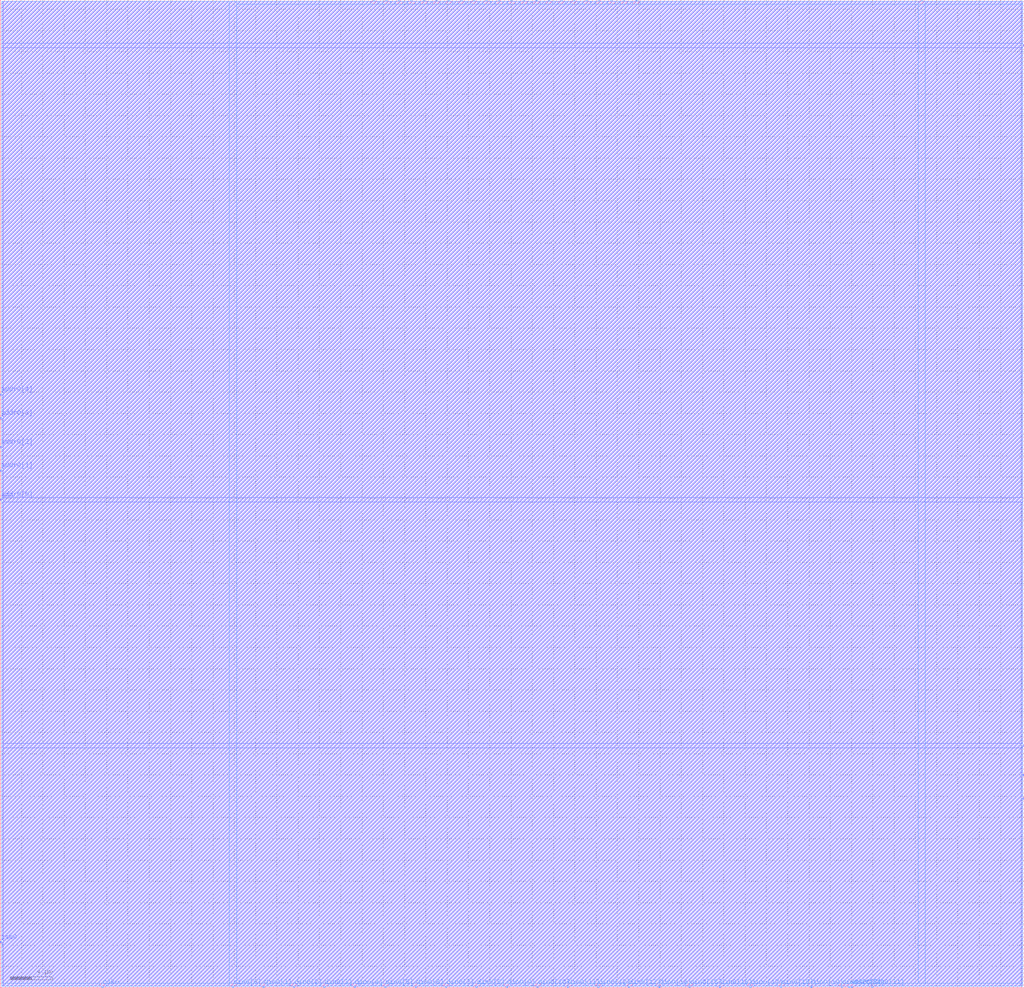
<source format=lef>
VERSION 5.4 ;
NAMESCASESENSITIVE ON ;
BUSBITCHARS "[]" ;
DIVIDERCHAR "/" ;
UNITS
  DATABASE MICRONS 2000 ;
END UNITS
MACRO sram_0rw1r1w_22_32_freepdk45
   CLASS BLOCK ;
   SIZE 96.225 BY 92.89 ;
   SYMMETRY X Y R90 ;
   PIN din0[0]
      DIRECTION INPUT ;
      PORT
         LAYER metal4 ;
         RECT  21.8175 0.0 21.9575 0.14 ;
      END
   END din0[0]
   PIN din0[1]
      DIRECTION INPUT ;
      PORT
         LAYER metal4 ;
         RECT  24.6775 0.0 24.8175 0.14 ;
      END
   END din0[1]
   PIN din0[2]
      DIRECTION INPUT ;
      PORT
         LAYER metal4 ;
         RECT  27.5375 0.0 27.6775 0.14 ;
      END
   END din0[2]
   PIN din0[3]
      DIRECTION INPUT ;
      PORT
         LAYER metal4 ;
         RECT  30.3975 0.0 30.5375 0.14 ;
      END
   END din0[3]
   PIN din0[4]
      DIRECTION INPUT ;
      PORT
         LAYER metal4 ;
         RECT  33.2575 0.0 33.3975 0.14 ;
      END
   END din0[4]
   PIN din0[5]
      DIRECTION INPUT ;
      PORT
         LAYER metal4 ;
         RECT  36.1175 0.0 36.2575 0.14 ;
      END
   END din0[5]
   PIN din0[6]
      DIRECTION INPUT ;
      PORT
         LAYER metal4 ;
         RECT  38.9775 0.0 39.1175 0.14 ;
      END
   END din0[6]
   PIN din0[7]
      DIRECTION INPUT ;
      PORT
         LAYER metal4 ;
         RECT  41.8375 0.0 41.9775 0.14 ;
      END
   END din0[7]
   PIN din0[8]
      DIRECTION INPUT ;
      PORT
         LAYER metal4 ;
         RECT  44.6975 0.0 44.8375 0.14 ;
      END
   END din0[8]
   PIN din0[9]
      DIRECTION INPUT ;
      PORT
         LAYER metal4 ;
         RECT  47.5575 0.0 47.6975 0.14 ;
      END
   END din0[9]
   PIN din0[10]
      DIRECTION INPUT ;
      PORT
         LAYER metal4 ;
         RECT  50.4175 0.0 50.5575 0.14 ;
      END
   END din0[10]
   PIN din0[11]
      DIRECTION INPUT ;
      PORT
         LAYER metal4 ;
         RECT  53.2775 0.0 53.4175 0.14 ;
      END
   END din0[11]
   PIN din0[12]
      DIRECTION INPUT ;
      PORT
         LAYER metal4 ;
         RECT  56.1375 0.0 56.2775 0.14 ;
      END
   END din0[12]
   PIN din0[13]
      DIRECTION INPUT ;
      PORT
         LAYER metal4 ;
         RECT  58.9975 0.0 59.1375 0.14 ;
      END
   END din0[13]
   PIN din0[14]
      DIRECTION INPUT ;
      PORT
         LAYER metal4 ;
         RECT  61.8575 0.0 61.9975 0.14 ;
      END
   END din0[14]
   PIN din0[15]
      DIRECTION INPUT ;
      PORT
         LAYER metal4 ;
         RECT  64.7175 0.0 64.8575 0.14 ;
      END
   END din0[15]
   PIN din0[16]
      DIRECTION INPUT ;
      PORT
         LAYER metal4 ;
         RECT  67.5775 0.0 67.7175 0.14 ;
      END
   END din0[16]
   PIN din0[17]
      DIRECTION INPUT ;
      PORT
         LAYER metal4 ;
         RECT  70.4375 0.0 70.5775 0.14 ;
      END
   END din0[17]
   PIN din0[18]
      DIRECTION INPUT ;
      PORT
         LAYER metal4 ;
         RECT  73.2975 0.0 73.4375 0.14 ;
      END
   END din0[18]
   PIN din0[19]
      DIRECTION INPUT ;
      PORT
         LAYER metal4 ;
         RECT  76.1575 0.0 76.2975 0.14 ;
      END
   END din0[19]
   PIN din0[20]
      DIRECTION INPUT ;
      PORT
         LAYER metal4 ;
         RECT  79.0175 0.0 79.1575 0.14 ;
      END
   END din0[20]
   PIN din0[21]
      DIRECTION INPUT ;
      PORT
         LAYER metal4 ;
         RECT  81.8775 0.0 82.0175 0.14 ;
      END
   END din0[21]
   PIN addr0[0]
      DIRECTION INPUT ;
      PORT
         LAYER metal3 ;
         RECT  0.0 45.815 0.14 45.955 ;
      END
   END addr0[0]
   PIN addr0[1]
      DIRECTION INPUT ;
      PORT
         LAYER metal3 ;
         RECT  0.0 48.545 0.14 48.685 ;
      END
   END addr0[1]
   PIN addr0[2]
      DIRECTION INPUT ;
      PORT
         LAYER metal3 ;
         RECT  0.0 50.755 0.14 50.895 ;
      END
   END addr0[2]
   PIN addr0[3]
      DIRECTION INPUT ;
      PORT
         LAYER metal3 ;
         RECT  0.0 53.485 0.14 53.625 ;
      END
   END addr0[3]
   PIN addr0[4]
      DIRECTION INPUT ;
      PORT
         LAYER metal3 ;
         RECT  0.0 55.695 0.14 55.835 ;
      END
   END addr0[4]
   PIN addr1[0]
      DIRECTION INPUT ;
      PORT
         LAYER metal3 ;
         RECT  96.085 22.675 96.225 22.815 ;
      END
   END addr1[0]
   PIN addr1[1]
      DIRECTION INPUT ;
      PORT
         LAYER metal3 ;
         RECT  96.085 19.945 96.225 20.085 ;
      END
   END addr1[1]
   PIN addr1[2]
      DIRECTION INPUT ;
      PORT
         LAYER metal3 ;
         RECT  96.085 17.735 96.225 17.875 ;
      END
   END addr1[2]
   PIN addr1[3]
      DIRECTION INPUT ;
      PORT
         LAYER metal4 ;
         RECT  79.7 0.0 79.84 0.14 ;
      END
   END addr1[3]
   PIN addr1[4]
      DIRECTION INPUT ;
      PORT
         LAYER metal4 ;
         RECT  79.985 0.0 80.125 0.14 ;
      END
   END addr1[4]
   PIN csb0
      DIRECTION INPUT ;
      PORT
         LAYER metal3 ;
         RECT  0.0 4.215 0.14 4.355 ;
      END
   END csb0
   PIN csb1
      DIRECTION INPUT ;
      PORT
         LAYER metal3 ;
         RECT  96.085 88.535 96.225 88.675 ;
      END
   END csb1
   PIN clk0
      DIRECTION INPUT ;
      PORT
         LAYER metal4 ;
         RECT  9.56 0.0 9.7 0.14 ;
      END
   END clk0
   PIN clk1
      DIRECTION INPUT ;
      PORT
         LAYER metal4 ;
         RECT  86.525 92.75 86.665 92.89 ;
      END
   END clk1
   PIN dout1[0]
      DIRECTION OUTPUT ;
      PORT
         LAYER metal4 ;
         RECT  35.0475 92.75 35.1875 92.89 ;
      END
   END dout1[0]
   PIN dout1[1]
      DIRECTION OUTPUT ;
      PORT
         LAYER metal4 ;
         RECT  36.2225 92.75 36.3625 92.89 ;
      END
   END dout1[1]
   PIN dout1[2]
      DIRECTION OUTPUT ;
      PORT
         LAYER metal4 ;
         RECT  37.3975 92.75 37.5375 92.89 ;
      END
   END dout1[2]
   PIN dout1[3]
      DIRECTION OUTPUT ;
      PORT
         LAYER metal4 ;
         RECT  38.5725 92.75 38.7125 92.89 ;
      END
   END dout1[3]
   PIN dout1[4]
      DIRECTION OUTPUT ;
      PORT
         LAYER metal4 ;
         RECT  39.7475 92.75 39.8875 92.89 ;
      END
   END dout1[4]
   PIN dout1[5]
      DIRECTION OUTPUT ;
      PORT
         LAYER metal4 ;
         RECT  40.9225 92.75 41.0625 92.89 ;
      END
   END dout1[5]
   PIN dout1[6]
      DIRECTION OUTPUT ;
      PORT
         LAYER metal4 ;
         RECT  42.0975 92.75 42.2375 92.89 ;
      END
   END dout1[6]
   PIN dout1[7]
      DIRECTION OUTPUT ;
      PORT
         LAYER metal4 ;
         RECT  43.2725 92.75 43.4125 92.89 ;
      END
   END dout1[7]
   PIN dout1[8]
      DIRECTION OUTPUT ;
      PORT
         LAYER metal4 ;
         RECT  44.4475 92.75 44.5875 92.89 ;
      END
   END dout1[8]
   PIN dout1[9]
      DIRECTION OUTPUT ;
      PORT
         LAYER metal4 ;
         RECT  45.6225 92.75 45.7625 92.89 ;
      END
   END dout1[9]
   PIN dout1[10]
      DIRECTION OUTPUT ;
      PORT
         LAYER metal4 ;
         RECT  46.7975 92.75 46.9375 92.89 ;
      END
   END dout1[10]
   PIN dout1[11]
      DIRECTION OUTPUT ;
      PORT
         LAYER metal4 ;
         RECT  47.9725 92.75 48.1125 92.89 ;
      END
   END dout1[11]
   PIN dout1[12]
      DIRECTION OUTPUT ;
      PORT
         LAYER metal4 ;
         RECT  49.1475 92.75 49.2875 92.89 ;
      END
   END dout1[12]
   PIN dout1[13]
      DIRECTION OUTPUT ;
      PORT
         LAYER metal4 ;
         RECT  50.3225 92.75 50.4625 92.89 ;
      END
   END dout1[13]
   PIN dout1[14]
      DIRECTION OUTPUT ;
      PORT
         LAYER metal4 ;
         RECT  51.4975 92.75 51.6375 92.89 ;
      END
   END dout1[14]
   PIN dout1[15]
      DIRECTION OUTPUT ;
      PORT
         LAYER metal4 ;
         RECT  52.6725 92.75 52.8125 92.89 ;
      END
   END dout1[15]
   PIN dout1[16]
      DIRECTION OUTPUT ;
      PORT
         LAYER metal4 ;
         RECT  53.8475 92.75 53.9875 92.89 ;
      END
   END dout1[16]
   PIN dout1[17]
      DIRECTION OUTPUT ;
      PORT
         LAYER metal4 ;
         RECT  55.0225 92.75 55.1625 92.89 ;
      END
   END dout1[17]
   PIN dout1[18]
      DIRECTION OUTPUT ;
      PORT
         LAYER metal4 ;
         RECT  56.1975 92.75 56.3375 92.89 ;
      END
   END dout1[18]
   PIN dout1[19]
      DIRECTION OUTPUT ;
      PORT
         LAYER metal4 ;
         RECT  57.3725 92.75 57.5125 92.89 ;
      END
   END dout1[19]
   PIN dout1[20]
      DIRECTION OUTPUT ;
      PORT
         LAYER metal4 ;
         RECT  58.5475 92.75 58.6875 92.89 ;
      END
   END dout1[20]
   PIN dout1[21]
      DIRECTION OUTPUT ;
      PORT
         LAYER metal4 ;
         RECT  59.7225 92.75 59.8625 92.89 ;
      END
   END dout1[21]
   PIN vdd
      DIRECTION INOUT ;
      USE POWER ; 
      SHAPE ABUTMENT ; 
      PORT
      END
   END vdd
   PIN gnd
      DIRECTION INOUT ;
      USE GROUND ; 
      SHAPE ABUTMENT ; 
      PORT
      END
   END gnd
   OBS
   LAYER  metal1 ;
      RECT  0.14 0.14 96.085 92.75 ;
   LAYER  metal2 ;
      RECT  0.14 0.14 96.085 92.75 ;
   LAYER  metal3 ;
      RECT  0.28 45.675 96.085 46.095 ;
      RECT  0.14 46.095 0.28 48.405 ;
      RECT  0.14 48.825 0.28 50.615 ;
      RECT  0.14 51.035 0.28 53.345 ;
      RECT  0.14 53.765 0.28 55.555 ;
      RECT  0.14 55.975 0.28 92.75 ;
      RECT  0.28 0.14 95.945 22.535 ;
      RECT  0.28 22.535 95.945 22.955 ;
      RECT  0.28 22.955 95.945 45.675 ;
      RECT  95.945 22.955 96.085 45.675 ;
      RECT  95.945 20.225 96.085 22.535 ;
      RECT  95.945 0.14 96.085 17.595 ;
      RECT  95.945 18.015 96.085 19.805 ;
      RECT  0.14 0.14 0.28 4.075 ;
      RECT  0.14 4.495 0.28 45.675 ;
      RECT  0.28 46.095 95.945 88.395 ;
      RECT  0.28 88.395 95.945 88.815 ;
      RECT  0.28 88.815 95.945 92.75 ;
      RECT  95.945 46.095 96.085 88.395 ;
      RECT  95.945 88.815 96.085 92.75 ;
   LAYER  metal4 ;
      RECT  0.14 0.42 21.5375 92.75 ;
      RECT  21.5375 0.42 22.2375 92.75 ;
      RECT  22.2375 0.14 24.3975 0.42 ;
      RECT  25.0975 0.14 27.2575 0.42 ;
      RECT  27.9575 0.14 30.1175 0.42 ;
      RECT  30.8175 0.14 32.9775 0.42 ;
      RECT  33.6775 0.14 35.8375 0.42 ;
      RECT  36.5375 0.14 38.6975 0.42 ;
      RECT  39.3975 0.14 41.5575 0.42 ;
      RECT  42.2575 0.14 44.4175 0.42 ;
      RECT  45.1175 0.14 47.2775 0.42 ;
      RECT  47.9775 0.14 50.1375 0.42 ;
      RECT  50.8375 0.14 52.9975 0.42 ;
      RECT  53.6975 0.14 55.8575 0.42 ;
      RECT  56.5575 0.14 58.7175 0.42 ;
      RECT  59.4175 0.14 61.5775 0.42 ;
      RECT  62.2775 0.14 64.4375 0.42 ;
      RECT  65.1375 0.14 67.2975 0.42 ;
      RECT  67.9975 0.14 70.1575 0.42 ;
      RECT  70.8575 0.14 73.0175 0.42 ;
      RECT  73.7175 0.14 75.8775 0.42 ;
      RECT  76.5775 0.14 78.7375 0.42 ;
      RECT  82.2975 0.14 96.085 0.42 ;
      RECT  80.405 0.14 81.5975 0.42 ;
      RECT  0.14 0.14 9.28 0.42 ;
      RECT  9.98 0.14 21.5375 0.42 ;
      RECT  22.2375 0.42 86.245 92.47 ;
      RECT  86.245 0.42 86.945 92.47 ;
      RECT  86.945 0.42 96.085 92.47 ;
      RECT  86.945 92.47 96.085 92.75 ;
      RECT  22.2375 92.47 34.7675 92.75 ;
      RECT  35.4675 92.47 35.9425 92.75 ;
      RECT  36.6425 92.47 37.1175 92.75 ;
      RECT  37.8175 92.47 38.2925 92.75 ;
      RECT  38.9925 92.47 39.4675 92.75 ;
      RECT  40.1675 92.47 40.6425 92.75 ;
      RECT  41.3425 92.47 41.8175 92.75 ;
      RECT  42.5175 92.47 42.9925 92.75 ;
      RECT  43.6925 92.47 44.1675 92.75 ;
      RECT  44.8675 92.47 45.3425 92.75 ;
      RECT  46.0425 92.47 46.5175 92.75 ;
      RECT  47.2175 92.47 47.6925 92.75 ;
      RECT  48.3925 92.47 48.8675 92.75 ;
      RECT  49.5675 92.47 50.0425 92.75 ;
      RECT  50.7425 92.47 51.2175 92.75 ;
      RECT  51.9175 92.47 52.3925 92.75 ;
      RECT  53.0925 92.47 53.5675 92.75 ;
      RECT  54.2675 92.47 54.7425 92.75 ;
      RECT  55.4425 92.47 55.9175 92.75 ;
      RECT  56.6175 92.47 57.0925 92.75 ;
      RECT  57.7925 92.47 58.2675 92.75 ;
      RECT  58.9675 92.47 59.4425 92.75 ;
      RECT  60.1425 92.47 86.245 92.75 ;
   END
END    sram_0rw1r1w_22_32_freepdk45
END    LIBRARY

</source>
